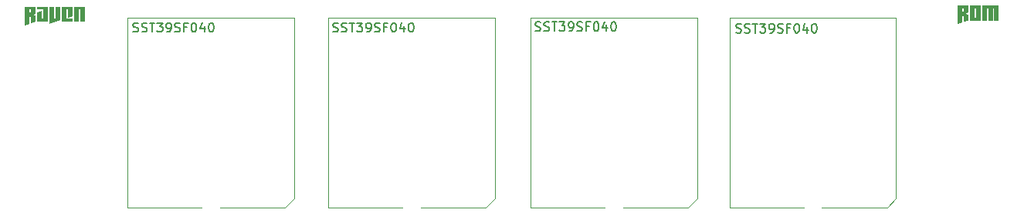
<source format=gto>
G04 #@! TF.GenerationSoftware,KiCad,Pcbnew,7.0.9*
G04 #@! TF.CreationDate,2024-01-22T22:42:44+01:00*
G04 #@! TF.ProjectId,simm72_rom_2M55,73696d6d-3732-45f7-926f-6d5f324d3535,A*
G04 #@! TF.SameCoordinates,Original*
G04 #@! TF.FileFunction,Legend,Top*
G04 #@! TF.FilePolarity,Positive*
%FSLAX46Y46*%
G04 Gerber Fmt 4.6, Leading zero omitted, Abs format (unit mm)*
G04 Created by KiCad (PCBNEW 7.0.9) date 2024-01-22 22:42:44*
%MOMM*%
%LPD*%
G01*
G04 APERTURE LIST*
%ADD10C,0.150000*%
%ADD11C,0.120000*%
%ADD12R,1.040000X2.540000*%
%ADD13R,1.422400X1.422400*%
%ADD14C,1.422400*%
G04 APERTURE END LIST*
D10*
G36*
X155034154Y-85025495D02*
G01*
X154740330Y-85137358D01*
X155034154Y-85249710D01*
X155034154Y-85893534D01*
X154530037Y-86061573D01*
X154530037Y-85389417D01*
X154365173Y-85333729D01*
X154365173Y-86117749D01*
X153861789Y-86313632D01*
X153861789Y-84577554D01*
X154365173Y-84577554D01*
X154365173Y-84941475D01*
X154530037Y-84885300D01*
X154530037Y-84577554D01*
X154365173Y-84577554D01*
X153861789Y-84577554D01*
X153861789Y-84269319D01*
X155034154Y-84269319D01*
X155034154Y-85025495D01*
G37*
G36*
X156376513Y-85895000D02*
G01*
X155204147Y-85895000D01*
X155204147Y-84577554D01*
X155707532Y-84577554D01*
X155707532Y-85586765D01*
X155872396Y-85586765D01*
X155872396Y-84577554D01*
X155707532Y-84577554D01*
X155204147Y-84577554D01*
X155204147Y-84269319D01*
X156376513Y-84269319D01*
X156376513Y-85895000D01*
G37*
G36*
X156546506Y-85893534D02*
G01*
X156546506Y-84269319D01*
X158387120Y-84269319D01*
X158387120Y-85893534D01*
X157883003Y-85893534D01*
X157883003Y-84577554D01*
X157718872Y-84577554D01*
X157718872Y-85893534D01*
X157214755Y-85893534D01*
X157214755Y-84577554D01*
X157049891Y-84577554D01*
X157049891Y-85893534D01*
X156546506Y-85893534D01*
G37*
G36*
X52799154Y-85152495D02*
G01*
X52505330Y-85264358D01*
X52799154Y-85376710D01*
X52799154Y-86020534D01*
X52295037Y-86188573D01*
X52295037Y-85516417D01*
X52130173Y-85460729D01*
X52130173Y-86244749D01*
X51626789Y-86440632D01*
X51626789Y-84704554D01*
X52130173Y-84704554D01*
X52130173Y-85068475D01*
X52295037Y-85012300D01*
X52295037Y-84704554D01*
X52130173Y-84704554D01*
X51626789Y-84704554D01*
X51626789Y-84396319D01*
X52799154Y-84396319D01*
X52799154Y-85152495D01*
G37*
G36*
X52969147Y-85012788D02*
G01*
X53472532Y-84816905D01*
X53472532Y-85713765D01*
X53637396Y-85713765D01*
X53637396Y-84704554D01*
X52965484Y-84704554D01*
X52965484Y-84396319D01*
X54141513Y-84396319D01*
X54141513Y-86022000D01*
X52969147Y-86022000D01*
X52969147Y-85012788D01*
G37*
G36*
X54311506Y-84397785D02*
G01*
X54814891Y-84397785D01*
X54814891Y-85769941D01*
X54979755Y-85713765D01*
X54979755Y-84397785D01*
X55483872Y-84397785D01*
X55483872Y-85881804D01*
X54311506Y-86301902D01*
X54311506Y-84397785D01*
G37*
G36*
X56826230Y-85405531D02*
G01*
X56322113Y-85629745D01*
X56322113Y-84704554D01*
X56157249Y-84704554D01*
X56157249Y-85713765D01*
X56829894Y-85713765D01*
X56829894Y-86022000D01*
X55653865Y-86022000D01*
X55653865Y-84396319D01*
X56826230Y-84396319D01*
X56826230Y-85405531D01*
G37*
G36*
X58168589Y-86020534D02*
G01*
X57664472Y-86020534D01*
X57664472Y-84704554D01*
X57499608Y-84704554D01*
X57499608Y-86020534D01*
X56996224Y-86020534D01*
X56996224Y-84396319D01*
X58168589Y-84396319D01*
X58168589Y-86020534D01*
G37*
X85371428Y-87107200D02*
X85514285Y-87154819D01*
X85514285Y-87154819D02*
X85752380Y-87154819D01*
X85752380Y-87154819D02*
X85847618Y-87107200D01*
X85847618Y-87107200D02*
X85895237Y-87059580D01*
X85895237Y-87059580D02*
X85942856Y-86964342D01*
X85942856Y-86964342D02*
X85942856Y-86869104D01*
X85942856Y-86869104D02*
X85895237Y-86773866D01*
X85895237Y-86773866D02*
X85847618Y-86726247D01*
X85847618Y-86726247D02*
X85752380Y-86678628D01*
X85752380Y-86678628D02*
X85561904Y-86631009D01*
X85561904Y-86631009D02*
X85466666Y-86583390D01*
X85466666Y-86583390D02*
X85419047Y-86535771D01*
X85419047Y-86535771D02*
X85371428Y-86440533D01*
X85371428Y-86440533D02*
X85371428Y-86345295D01*
X85371428Y-86345295D02*
X85419047Y-86250057D01*
X85419047Y-86250057D02*
X85466666Y-86202438D01*
X85466666Y-86202438D02*
X85561904Y-86154819D01*
X85561904Y-86154819D02*
X85799999Y-86154819D01*
X85799999Y-86154819D02*
X85942856Y-86202438D01*
X86323809Y-87107200D02*
X86466666Y-87154819D01*
X86466666Y-87154819D02*
X86704761Y-87154819D01*
X86704761Y-87154819D02*
X86799999Y-87107200D01*
X86799999Y-87107200D02*
X86847618Y-87059580D01*
X86847618Y-87059580D02*
X86895237Y-86964342D01*
X86895237Y-86964342D02*
X86895237Y-86869104D01*
X86895237Y-86869104D02*
X86847618Y-86773866D01*
X86847618Y-86773866D02*
X86799999Y-86726247D01*
X86799999Y-86726247D02*
X86704761Y-86678628D01*
X86704761Y-86678628D02*
X86514285Y-86631009D01*
X86514285Y-86631009D02*
X86419047Y-86583390D01*
X86419047Y-86583390D02*
X86371428Y-86535771D01*
X86371428Y-86535771D02*
X86323809Y-86440533D01*
X86323809Y-86440533D02*
X86323809Y-86345295D01*
X86323809Y-86345295D02*
X86371428Y-86250057D01*
X86371428Y-86250057D02*
X86419047Y-86202438D01*
X86419047Y-86202438D02*
X86514285Y-86154819D01*
X86514285Y-86154819D02*
X86752380Y-86154819D01*
X86752380Y-86154819D02*
X86895237Y-86202438D01*
X87180952Y-86154819D02*
X87752380Y-86154819D01*
X87466666Y-87154819D02*
X87466666Y-86154819D01*
X87990476Y-86154819D02*
X88609523Y-86154819D01*
X88609523Y-86154819D02*
X88276190Y-86535771D01*
X88276190Y-86535771D02*
X88419047Y-86535771D01*
X88419047Y-86535771D02*
X88514285Y-86583390D01*
X88514285Y-86583390D02*
X88561904Y-86631009D01*
X88561904Y-86631009D02*
X88609523Y-86726247D01*
X88609523Y-86726247D02*
X88609523Y-86964342D01*
X88609523Y-86964342D02*
X88561904Y-87059580D01*
X88561904Y-87059580D02*
X88514285Y-87107200D01*
X88514285Y-87107200D02*
X88419047Y-87154819D01*
X88419047Y-87154819D02*
X88133333Y-87154819D01*
X88133333Y-87154819D02*
X88038095Y-87107200D01*
X88038095Y-87107200D02*
X87990476Y-87059580D01*
X89085714Y-87154819D02*
X89276190Y-87154819D01*
X89276190Y-87154819D02*
X89371428Y-87107200D01*
X89371428Y-87107200D02*
X89419047Y-87059580D01*
X89419047Y-87059580D02*
X89514285Y-86916723D01*
X89514285Y-86916723D02*
X89561904Y-86726247D01*
X89561904Y-86726247D02*
X89561904Y-86345295D01*
X89561904Y-86345295D02*
X89514285Y-86250057D01*
X89514285Y-86250057D02*
X89466666Y-86202438D01*
X89466666Y-86202438D02*
X89371428Y-86154819D01*
X89371428Y-86154819D02*
X89180952Y-86154819D01*
X89180952Y-86154819D02*
X89085714Y-86202438D01*
X89085714Y-86202438D02*
X89038095Y-86250057D01*
X89038095Y-86250057D02*
X88990476Y-86345295D01*
X88990476Y-86345295D02*
X88990476Y-86583390D01*
X88990476Y-86583390D02*
X89038095Y-86678628D01*
X89038095Y-86678628D02*
X89085714Y-86726247D01*
X89085714Y-86726247D02*
X89180952Y-86773866D01*
X89180952Y-86773866D02*
X89371428Y-86773866D01*
X89371428Y-86773866D02*
X89466666Y-86726247D01*
X89466666Y-86726247D02*
X89514285Y-86678628D01*
X89514285Y-86678628D02*
X89561904Y-86583390D01*
X89942857Y-87107200D02*
X90085714Y-87154819D01*
X90085714Y-87154819D02*
X90323809Y-87154819D01*
X90323809Y-87154819D02*
X90419047Y-87107200D01*
X90419047Y-87107200D02*
X90466666Y-87059580D01*
X90466666Y-87059580D02*
X90514285Y-86964342D01*
X90514285Y-86964342D02*
X90514285Y-86869104D01*
X90514285Y-86869104D02*
X90466666Y-86773866D01*
X90466666Y-86773866D02*
X90419047Y-86726247D01*
X90419047Y-86726247D02*
X90323809Y-86678628D01*
X90323809Y-86678628D02*
X90133333Y-86631009D01*
X90133333Y-86631009D02*
X90038095Y-86583390D01*
X90038095Y-86583390D02*
X89990476Y-86535771D01*
X89990476Y-86535771D02*
X89942857Y-86440533D01*
X89942857Y-86440533D02*
X89942857Y-86345295D01*
X89942857Y-86345295D02*
X89990476Y-86250057D01*
X89990476Y-86250057D02*
X90038095Y-86202438D01*
X90038095Y-86202438D02*
X90133333Y-86154819D01*
X90133333Y-86154819D02*
X90371428Y-86154819D01*
X90371428Y-86154819D02*
X90514285Y-86202438D01*
X91276190Y-86631009D02*
X90942857Y-86631009D01*
X90942857Y-87154819D02*
X90942857Y-86154819D01*
X90942857Y-86154819D02*
X91419047Y-86154819D01*
X91990476Y-86154819D02*
X92085714Y-86154819D01*
X92085714Y-86154819D02*
X92180952Y-86202438D01*
X92180952Y-86202438D02*
X92228571Y-86250057D01*
X92228571Y-86250057D02*
X92276190Y-86345295D01*
X92276190Y-86345295D02*
X92323809Y-86535771D01*
X92323809Y-86535771D02*
X92323809Y-86773866D01*
X92323809Y-86773866D02*
X92276190Y-86964342D01*
X92276190Y-86964342D02*
X92228571Y-87059580D01*
X92228571Y-87059580D02*
X92180952Y-87107200D01*
X92180952Y-87107200D02*
X92085714Y-87154819D01*
X92085714Y-87154819D02*
X91990476Y-87154819D01*
X91990476Y-87154819D02*
X91895238Y-87107200D01*
X91895238Y-87107200D02*
X91847619Y-87059580D01*
X91847619Y-87059580D02*
X91800000Y-86964342D01*
X91800000Y-86964342D02*
X91752381Y-86773866D01*
X91752381Y-86773866D02*
X91752381Y-86535771D01*
X91752381Y-86535771D02*
X91800000Y-86345295D01*
X91800000Y-86345295D02*
X91847619Y-86250057D01*
X91847619Y-86250057D02*
X91895238Y-86202438D01*
X91895238Y-86202438D02*
X91990476Y-86154819D01*
X93180952Y-86488152D02*
X93180952Y-87154819D01*
X92942857Y-86107200D02*
X92704762Y-86821485D01*
X92704762Y-86821485D02*
X93323809Y-86821485D01*
X93895238Y-86154819D02*
X93990476Y-86154819D01*
X93990476Y-86154819D02*
X94085714Y-86202438D01*
X94085714Y-86202438D02*
X94133333Y-86250057D01*
X94133333Y-86250057D02*
X94180952Y-86345295D01*
X94180952Y-86345295D02*
X94228571Y-86535771D01*
X94228571Y-86535771D02*
X94228571Y-86773866D01*
X94228571Y-86773866D02*
X94180952Y-86964342D01*
X94180952Y-86964342D02*
X94133333Y-87059580D01*
X94133333Y-87059580D02*
X94085714Y-87107200D01*
X94085714Y-87107200D02*
X93990476Y-87154819D01*
X93990476Y-87154819D02*
X93895238Y-87154819D01*
X93895238Y-87154819D02*
X93800000Y-87107200D01*
X93800000Y-87107200D02*
X93752381Y-87059580D01*
X93752381Y-87059580D02*
X93704762Y-86964342D01*
X93704762Y-86964342D02*
X93657143Y-86773866D01*
X93657143Y-86773866D02*
X93657143Y-86535771D01*
X93657143Y-86535771D02*
X93704762Y-86345295D01*
X93704762Y-86345295D02*
X93752381Y-86250057D01*
X93752381Y-86250057D02*
X93800000Y-86202438D01*
X93800000Y-86202438D02*
X93895238Y-86154819D01*
X129571428Y-87207200D02*
X129714285Y-87254819D01*
X129714285Y-87254819D02*
X129952380Y-87254819D01*
X129952380Y-87254819D02*
X130047618Y-87207200D01*
X130047618Y-87207200D02*
X130095237Y-87159580D01*
X130095237Y-87159580D02*
X130142856Y-87064342D01*
X130142856Y-87064342D02*
X130142856Y-86969104D01*
X130142856Y-86969104D02*
X130095237Y-86873866D01*
X130095237Y-86873866D02*
X130047618Y-86826247D01*
X130047618Y-86826247D02*
X129952380Y-86778628D01*
X129952380Y-86778628D02*
X129761904Y-86731009D01*
X129761904Y-86731009D02*
X129666666Y-86683390D01*
X129666666Y-86683390D02*
X129619047Y-86635771D01*
X129619047Y-86635771D02*
X129571428Y-86540533D01*
X129571428Y-86540533D02*
X129571428Y-86445295D01*
X129571428Y-86445295D02*
X129619047Y-86350057D01*
X129619047Y-86350057D02*
X129666666Y-86302438D01*
X129666666Y-86302438D02*
X129761904Y-86254819D01*
X129761904Y-86254819D02*
X129999999Y-86254819D01*
X129999999Y-86254819D02*
X130142856Y-86302438D01*
X130523809Y-87207200D02*
X130666666Y-87254819D01*
X130666666Y-87254819D02*
X130904761Y-87254819D01*
X130904761Y-87254819D02*
X130999999Y-87207200D01*
X130999999Y-87207200D02*
X131047618Y-87159580D01*
X131047618Y-87159580D02*
X131095237Y-87064342D01*
X131095237Y-87064342D02*
X131095237Y-86969104D01*
X131095237Y-86969104D02*
X131047618Y-86873866D01*
X131047618Y-86873866D02*
X130999999Y-86826247D01*
X130999999Y-86826247D02*
X130904761Y-86778628D01*
X130904761Y-86778628D02*
X130714285Y-86731009D01*
X130714285Y-86731009D02*
X130619047Y-86683390D01*
X130619047Y-86683390D02*
X130571428Y-86635771D01*
X130571428Y-86635771D02*
X130523809Y-86540533D01*
X130523809Y-86540533D02*
X130523809Y-86445295D01*
X130523809Y-86445295D02*
X130571428Y-86350057D01*
X130571428Y-86350057D02*
X130619047Y-86302438D01*
X130619047Y-86302438D02*
X130714285Y-86254819D01*
X130714285Y-86254819D02*
X130952380Y-86254819D01*
X130952380Y-86254819D02*
X131095237Y-86302438D01*
X131380952Y-86254819D02*
X131952380Y-86254819D01*
X131666666Y-87254819D02*
X131666666Y-86254819D01*
X132190476Y-86254819D02*
X132809523Y-86254819D01*
X132809523Y-86254819D02*
X132476190Y-86635771D01*
X132476190Y-86635771D02*
X132619047Y-86635771D01*
X132619047Y-86635771D02*
X132714285Y-86683390D01*
X132714285Y-86683390D02*
X132761904Y-86731009D01*
X132761904Y-86731009D02*
X132809523Y-86826247D01*
X132809523Y-86826247D02*
X132809523Y-87064342D01*
X132809523Y-87064342D02*
X132761904Y-87159580D01*
X132761904Y-87159580D02*
X132714285Y-87207200D01*
X132714285Y-87207200D02*
X132619047Y-87254819D01*
X132619047Y-87254819D02*
X132333333Y-87254819D01*
X132333333Y-87254819D02*
X132238095Y-87207200D01*
X132238095Y-87207200D02*
X132190476Y-87159580D01*
X133285714Y-87254819D02*
X133476190Y-87254819D01*
X133476190Y-87254819D02*
X133571428Y-87207200D01*
X133571428Y-87207200D02*
X133619047Y-87159580D01*
X133619047Y-87159580D02*
X133714285Y-87016723D01*
X133714285Y-87016723D02*
X133761904Y-86826247D01*
X133761904Y-86826247D02*
X133761904Y-86445295D01*
X133761904Y-86445295D02*
X133714285Y-86350057D01*
X133714285Y-86350057D02*
X133666666Y-86302438D01*
X133666666Y-86302438D02*
X133571428Y-86254819D01*
X133571428Y-86254819D02*
X133380952Y-86254819D01*
X133380952Y-86254819D02*
X133285714Y-86302438D01*
X133285714Y-86302438D02*
X133238095Y-86350057D01*
X133238095Y-86350057D02*
X133190476Y-86445295D01*
X133190476Y-86445295D02*
X133190476Y-86683390D01*
X133190476Y-86683390D02*
X133238095Y-86778628D01*
X133238095Y-86778628D02*
X133285714Y-86826247D01*
X133285714Y-86826247D02*
X133380952Y-86873866D01*
X133380952Y-86873866D02*
X133571428Y-86873866D01*
X133571428Y-86873866D02*
X133666666Y-86826247D01*
X133666666Y-86826247D02*
X133714285Y-86778628D01*
X133714285Y-86778628D02*
X133761904Y-86683390D01*
X134142857Y-87207200D02*
X134285714Y-87254819D01*
X134285714Y-87254819D02*
X134523809Y-87254819D01*
X134523809Y-87254819D02*
X134619047Y-87207200D01*
X134619047Y-87207200D02*
X134666666Y-87159580D01*
X134666666Y-87159580D02*
X134714285Y-87064342D01*
X134714285Y-87064342D02*
X134714285Y-86969104D01*
X134714285Y-86969104D02*
X134666666Y-86873866D01*
X134666666Y-86873866D02*
X134619047Y-86826247D01*
X134619047Y-86826247D02*
X134523809Y-86778628D01*
X134523809Y-86778628D02*
X134333333Y-86731009D01*
X134333333Y-86731009D02*
X134238095Y-86683390D01*
X134238095Y-86683390D02*
X134190476Y-86635771D01*
X134190476Y-86635771D02*
X134142857Y-86540533D01*
X134142857Y-86540533D02*
X134142857Y-86445295D01*
X134142857Y-86445295D02*
X134190476Y-86350057D01*
X134190476Y-86350057D02*
X134238095Y-86302438D01*
X134238095Y-86302438D02*
X134333333Y-86254819D01*
X134333333Y-86254819D02*
X134571428Y-86254819D01*
X134571428Y-86254819D02*
X134714285Y-86302438D01*
X135476190Y-86731009D02*
X135142857Y-86731009D01*
X135142857Y-87254819D02*
X135142857Y-86254819D01*
X135142857Y-86254819D02*
X135619047Y-86254819D01*
X136190476Y-86254819D02*
X136285714Y-86254819D01*
X136285714Y-86254819D02*
X136380952Y-86302438D01*
X136380952Y-86302438D02*
X136428571Y-86350057D01*
X136428571Y-86350057D02*
X136476190Y-86445295D01*
X136476190Y-86445295D02*
X136523809Y-86635771D01*
X136523809Y-86635771D02*
X136523809Y-86873866D01*
X136523809Y-86873866D02*
X136476190Y-87064342D01*
X136476190Y-87064342D02*
X136428571Y-87159580D01*
X136428571Y-87159580D02*
X136380952Y-87207200D01*
X136380952Y-87207200D02*
X136285714Y-87254819D01*
X136285714Y-87254819D02*
X136190476Y-87254819D01*
X136190476Y-87254819D02*
X136095238Y-87207200D01*
X136095238Y-87207200D02*
X136047619Y-87159580D01*
X136047619Y-87159580D02*
X136000000Y-87064342D01*
X136000000Y-87064342D02*
X135952381Y-86873866D01*
X135952381Y-86873866D02*
X135952381Y-86635771D01*
X135952381Y-86635771D02*
X136000000Y-86445295D01*
X136000000Y-86445295D02*
X136047619Y-86350057D01*
X136047619Y-86350057D02*
X136095238Y-86302438D01*
X136095238Y-86302438D02*
X136190476Y-86254819D01*
X137380952Y-86588152D02*
X137380952Y-87254819D01*
X137142857Y-86207200D02*
X136904762Y-86921485D01*
X136904762Y-86921485D02*
X137523809Y-86921485D01*
X138095238Y-86254819D02*
X138190476Y-86254819D01*
X138190476Y-86254819D02*
X138285714Y-86302438D01*
X138285714Y-86302438D02*
X138333333Y-86350057D01*
X138333333Y-86350057D02*
X138380952Y-86445295D01*
X138380952Y-86445295D02*
X138428571Y-86635771D01*
X138428571Y-86635771D02*
X138428571Y-86873866D01*
X138428571Y-86873866D02*
X138380952Y-87064342D01*
X138380952Y-87064342D02*
X138333333Y-87159580D01*
X138333333Y-87159580D02*
X138285714Y-87207200D01*
X138285714Y-87207200D02*
X138190476Y-87254819D01*
X138190476Y-87254819D02*
X138095238Y-87254819D01*
X138095238Y-87254819D02*
X138000000Y-87207200D01*
X138000000Y-87207200D02*
X137952381Y-87159580D01*
X137952381Y-87159580D02*
X137904762Y-87064342D01*
X137904762Y-87064342D02*
X137857143Y-86873866D01*
X137857143Y-86873866D02*
X137857143Y-86635771D01*
X137857143Y-86635771D02*
X137904762Y-86445295D01*
X137904762Y-86445295D02*
X137952381Y-86350057D01*
X137952381Y-86350057D02*
X138000000Y-86302438D01*
X138000000Y-86302438D02*
X138095238Y-86254819D01*
X63471428Y-87107200D02*
X63614285Y-87154819D01*
X63614285Y-87154819D02*
X63852380Y-87154819D01*
X63852380Y-87154819D02*
X63947618Y-87107200D01*
X63947618Y-87107200D02*
X63995237Y-87059580D01*
X63995237Y-87059580D02*
X64042856Y-86964342D01*
X64042856Y-86964342D02*
X64042856Y-86869104D01*
X64042856Y-86869104D02*
X63995237Y-86773866D01*
X63995237Y-86773866D02*
X63947618Y-86726247D01*
X63947618Y-86726247D02*
X63852380Y-86678628D01*
X63852380Y-86678628D02*
X63661904Y-86631009D01*
X63661904Y-86631009D02*
X63566666Y-86583390D01*
X63566666Y-86583390D02*
X63519047Y-86535771D01*
X63519047Y-86535771D02*
X63471428Y-86440533D01*
X63471428Y-86440533D02*
X63471428Y-86345295D01*
X63471428Y-86345295D02*
X63519047Y-86250057D01*
X63519047Y-86250057D02*
X63566666Y-86202438D01*
X63566666Y-86202438D02*
X63661904Y-86154819D01*
X63661904Y-86154819D02*
X63899999Y-86154819D01*
X63899999Y-86154819D02*
X64042856Y-86202438D01*
X64423809Y-87107200D02*
X64566666Y-87154819D01*
X64566666Y-87154819D02*
X64804761Y-87154819D01*
X64804761Y-87154819D02*
X64899999Y-87107200D01*
X64899999Y-87107200D02*
X64947618Y-87059580D01*
X64947618Y-87059580D02*
X64995237Y-86964342D01*
X64995237Y-86964342D02*
X64995237Y-86869104D01*
X64995237Y-86869104D02*
X64947618Y-86773866D01*
X64947618Y-86773866D02*
X64899999Y-86726247D01*
X64899999Y-86726247D02*
X64804761Y-86678628D01*
X64804761Y-86678628D02*
X64614285Y-86631009D01*
X64614285Y-86631009D02*
X64519047Y-86583390D01*
X64519047Y-86583390D02*
X64471428Y-86535771D01*
X64471428Y-86535771D02*
X64423809Y-86440533D01*
X64423809Y-86440533D02*
X64423809Y-86345295D01*
X64423809Y-86345295D02*
X64471428Y-86250057D01*
X64471428Y-86250057D02*
X64519047Y-86202438D01*
X64519047Y-86202438D02*
X64614285Y-86154819D01*
X64614285Y-86154819D02*
X64852380Y-86154819D01*
X64852380Y-86154819D02*
X64995237Y-86202438D01*
X65280952Y-86154819D02*
X65852380Y-86154819D01*
X65566666Y-87154819D02*
X65566666Y-86154819D01*
X66090476Y-86154819D02*
X66709523Y-86154819D01*
X66709523Y-86154819D02*
X66376190Y-86535771D01*
X66376190Y-86535771D02*
X66519047Y-86535771D01*
X66519047Y-86535771D02*
X66614285Y-86583390D01*
X66614285Y-86583390D02*
X66661904Y-86631009D01*
X66661904Y-86631009D02*
X66709523Y-86726247D01*
X66709523Y-86726247D02*
X66709523Y-86964342D01*
X66709523Y-86964342D02*
X66661904Y-87059580D01*
X66661904Y-87059580D02*
X66614285Y-87107200D01*
X66614285Y-87107200D02*
X66519047Y-87154819D01*
X66519047Y-87154819D02*
X66233333Y-87154819D01*
X66233333Y-87154819D02*
X66138095Y-87107200D01*
X66138095Y-87107200D02*
X66090476Y-87059580D01*
X67185714Y-87154819D02*
X67376190Y-87154819D01*
X67376190Y-87154819D02*
X67471428Y-87107200D01*
X67471428Y-87107200D02*
X67519047Y-87059580D01*
X67519047Y-87059580D02*
X67614285Y-86916723D01*
X67614285Y-86916723D02*
X67661904Y-86726247D01*
X67661904Y-86726247D02*
X67661904Y-86345295D01*
X67661904Y-86345295D02*
X67614285Y-86250057D01*
X67614285Y-86250057D02*
X67566666Y-86202438D01*
X67566666Y-86202438D02*
X67471428Y-86154819D01*
X67471428Y-86154819D02*
X67280952Y-86154819D01*
X67280952Y-86154819D02*
X67185714Y-86202438D01*
X67185714Y-86202438D02*
X67138095Y-86250057D01*
X67138095Y-86250057D02*
X67090476Y-86345295D01*
X67090476Y-86345295D02*
X67090476Y-86583390D01*
X67090476Y-86583390D02*
X67138095Y-86678628D01*
X67138095Y-86678628D02*
X67185714Y-86726247D01*
X67185714Y-86726247D02*
X67280952Y-86773866D01*
X67280952Y-86773866D02*
X67471428Y-86773866D01*
X67471428Y-86773866D02*
X67566666Y-86726247D01*
X67566666Y-86726247D02*
X67614285Y-86678628D01*
X67614285Y-86678628D02*
X67661904Y-86583390D01*
X68042857Y-87107200D02*
X68185714Y-87154819D01*
X68185714Y-87154819D02*
X68423809Y-87154819D01*
X68423809Y-87154819D02*
X68519047Y-87107200D01*
X68519047Y-87107200D02*
X68566666Y-87059580D01*
X68566666Y-87059580D02*
X68614285Y-86964342D01*
X68614285Y-86964342D02*
X68614285Y-86869104D01*
X68614285Y-86869104D02*
X68566666Y-86773866D01*
X68566666Y-86773866D02*
X68519047Y-86726247D01*
X68519047Y-86726247D02*
X68423809Y-86678628D01*
X68423809Y-86678628D02*
X68233333Y-86631009D01*
X68233333Y-86631009D02*
X68138095Y-86583390D01*
X68138095Y-86583390D02*
X68090476Y-86535771D01*
X68090476Y-86535771D02*
X68042857Y-86440533D01*
X68042857Y-86440533D02*
X68042857Y-86345295D01*
X68042857Y-86345295D02*
X68090476Y-86250057D01*
X68090476Y-86250057D02*
X68138095Y-86202438D01*
X68138095Y-86202438D02*
X68233333Y-86154819D01*
X68233333Y-86154819D02*
X68471428Y-86154819D01*
X68471428Y-86154819D02*
X68614285Y-86202438D01*
X69376190Y-86631009D02*
X69042857Y-86631009D01*
X69042857Y-87154819D02*
X69042857Y-86154819D01*
X69042857Y-86154819D02*
X69519047Y-86154819D01*
X70090476Y-86154819D02*
X70185714Y-86154819D01*
X70185714Y-86154819D02*
X70280952Y-86202438D01*
X70280952Y-86202438D02*
X70328571Y-86250057D01*
X70328571Y-86250057D02*
X70376190Y-86345295D01*
X70376190Y-86345295D02*
X70423809Y-86535771D01*
X70423809Y-86535771D02*
X70423809Y-86773866D01*
X70423809Y-86773866D02*
X70376190Y-86964342D01*
X70376190Y-86964342D02*
X70328571Y-87059580D01*
X70328571Y-87059580D02*
X70280952Y-87107200D01*
X70280952Y-87107200D02*
X70185714Y-87154819D01*
X70185714Y-87154819D02*
X70090476Y-87154819D01*
X70090476Y-87154819D02*
X69995238Y-87107200D01*
X69995238Y-87107200D02*
X69947619Y-87059580D01*
X69947619Y-87059580D02*
X69900000Y-86964342D01*
X69900000Y-86964342D02*
X69852381Y-86773866D01*
X69852381Y-86773866D02*
X69852381Y-86535771D01*
X69852381Y-86535771D02*
X69900000Y-86345295D01*
X69900000Y-86345295D02*
X69947619Y-86250057D01*
X69947619Y-86250057D02*
X69995238Y-86202438D01*
X69995238Y-86202438D02*
X70090476Y-86154819D01*
X71280952Y-86488152D02*
X71280952Y-87154819D01*
X71042857Y-86107200D02*
X70804762Y-86821485D01*
X70804762Y-86821485D02*
X71423809Y-86821485D01*
X71995238Y-86154819D02*
X72090476Y-86154819D01*
X72090476Y-86154819D02*
X72185714Y-86202438D01*
X72185714Y-86202438D02*
X72233333Y-86250057D01*
X72233333Y-86250057D02*
X72280952Y-86345295D01*
X72280952Y-86345295D02*
X72328571Y-86535771D01*
X72328571Y-86535771D02*
X72328571Y-86773866D01*
X72328571Y-86773866D02*
X72280952Y-86964342D01*
X72280952Y-86964342D02*
X72233333Y-87059580D01*
X72233333Y-87059580D02*
X72185714Y-87107200D01*
X72185714Y-87107200D02*
X72090476Y-87154819D01*
X72090476Y-87154819D02*
X71995238Y-87154819D01*
X71995238Y-87154819D02*
X71900000Y-87107200D01*
X71900000Y-87107200D02*
X71852381Y-87059580D01*
X71852381Y-87059580D02*
X71804762Y-86964342D01*
X71804762Y-86964342D02*
X71757143Y-86773866D01*
X71757143Y-86773866D02*
X71757143Y-86535771D01*
X71757143Y-86535771D02*
X71804762Y-86345295D01*
X71804762Y-86345295D02*
X71852381Y-86250057D01*
X71852381Y-86250057D02*
X71900000Y-86202438D01*
X71900000Y-86202438D02*
X71995238Y-86154819D01*
X107571428Y-87007200D02*
X107714285Y-87054819D01*
X107714285Y-87054819D02*
X107952380Y-87054819D01*
X107952380Y-87054819D02*
X108047618Y-87007200D01*
X108047618Y-87007200D02*
X108095237Y-86959580D01*
X108095237Y-86959580D02*
X108142856Y-86864342D01*
X108142856Y-86864342D02*
X108142856Y-86769104D01*
X108142856Y-86769104D02*
X108095237Y-86673866D01*
X108095237Y-86673866D02*
X108047618Y-86626247D01*
X108047618Y-86626247D02*
X107952380Y-86578628D01*
X107952380Y-86578628D02*
X107761904Y-86531009D01*
X107761904Y-86531009D02*
X107666666Y-86483390D01*
X107666666Y-86483390D02*
X107619047Y-86435771D01*
X107619047Y-86435771D02*
X107571428Y-86340533D01*
X107571428Y-86340533D02*
X107571428Y-86245295D01*
X107571428Y-86245295D02*
X107619047Y-86150057D01*
X107619047Y-86150057D02*
X107666666Y-86102438D01*
X107666666Y-86102438D02*
X107761904Y-86054819D01*
X107761904Y-86054819D02*
X107999999Y-86054819D01*
X107999999Y-86054819D02*
X108142856Y-86102438D01*
X108523809Y-87007200D02*
X108666666Y-87054819D01*
X108666666Y-87054819D02*
X108904761Y-87054819D01*
X108904761Y-87054819D02*
X108999999Y-87007200D01*
X108999999Y-87007200D02*
X109047618Y-86959580D01*
X109047618Y-86959580D02*
X109095237Y-86864342D01*
X109095237Y-86864342D02*
X109095237Y-86769104D01*
X109095237Y-86769104D02*
X109047618Y-86673866D01*
X109047618Y-86673866D02*
X108999999Y-86626247D01*
X108999999Y-86626247D02*
X108904761Y-86578628D01*
X108904761Y-86578628D02*
X108714285Y-86531009D01*
X108714285Y-86531009D02*
X108619047Y-86483390D01*
X108619047Y-86483390D02*
X108571428Y-86435771D01*
X108571428Y-86435771D02*
X108523809Y-86340533D01*
X108523809Y-86340533D02*
X108523809Y-86245295D01*
X108523809Y-86245295D02*
X108571428Y-86150057D01*
X108571428Y-86150057D02*
X108619047Y-86102438D01*
X108619047Y-86102438D02*
X108714285Y-86054819D01*
X108714285Y-86054819D02*
X108952380Y-86054819D01*
X108952380Y-86054819D02*
X109095237Y-86102438D01*
X109380952Y-86054819D02*
X109952380Y-86054819D01*
X109666666Y-87054819D02*
X109666666Y-86054819D01*
X110190476Y-86054819D02*
X110809523Y-86054819D01*
X110809523Y-86054819D02*
X110476190Y-86435771D01*
X110476190Y-86435771D02*
X110619047Y-86435771D01*
X110619047Y-86435771D02*
X110714285Y-86483390D01*
X110714285Y-86483390D02*
X110761904Y-86531009D01*
X110761904Y-86531009D02*
X110809523Y-86626247D01*
X110809523Y-86626247D02*
X110809523Y-86864342D01*
X110809523Y-86864342D02*
X110761904Y-86959580D01*
X110761904Y-86959580D02*
X110714285Y-87007200D01*
X110714285Y-87007200D02*
X110619047Y-87054819D01*
X110619047Y-87054819D02*
X110333333Y-87054819D01*
X110333333Y-87054819D02*
X110238095Y-87007200D01*
X110238095Y-87007200D02*
X110190476Y-86959580D01*
X111285714Y-87054819D02*
X111476190Y-87054819D01*
X111476190Y-87054819D02*
X111571428Y-87007200D01*
X111571428Y-87007200D02*
X111619047Y-86959580D01*
X111619047Y-86959580D02*
X111714285Y-86816723D01*
X111714285Y-86816723D02*
X111761904Y-86626247D01*
X111761904Y-86626247D02*
X111761904Y-86245295D01*
X111761904Y-86245295D02*
X111714285Y-86150057D01*
X111714285Y-86150057D02*
X111666666Y-86102438D01*
X111666666Y-86102438D02*
X111571428Y-86054819D01*
X111571428Y-86054819D02*
X111380952Y-86054819D01*
X111380952Y-86054819D02*
X111285714Y-86102438D01*
X111285714Y-86102438D02*
X111238095Y-86150057D01*
X111238095Y-86150057D02*
X111190476Y-86245295D01*
X111190476Y-86245295D02*
X111190476Y-86483390D01*
X111190476Y-86483390D02*
X111238095Y-86578628D01*
X111238095Y-86578628D02*
X111285714Y-86626247D01*
X111285714Y-86626247D02*
X111380952Y-86673866D01*
X111380952Y-86673866D02*
X111571428Y-86673866D01*
X111571428Y-86673866D02*
X111666666Y-86626247D01*
X111666666Y-86626247D02*
X111714285Y-86578628D01*
X111714285Y-86578628D02*
X111761904Y-86483390D01*
X112142857Y-87007200D02*
X112285714Y-87054819D01*
X112285714Y-87054819D02*
X112523809Y-87054819D01*
X112523809Y-87054819D02*
X112619047Y-87007200D01*
X112619047Y-87007200D02*
X112666666Y-86959580D01*
X112666666Y-86959580D02*
X112714285Y-86864342D01*
X112714285Y-86864342D02*
X112714285Y-86769104D01*
X112714285Y-86769104D02*
X112666666Y-86673866D01*
X112666666Y-86673866D02*
X112619047Y-86626247D01*
X112619047Y-86626247D02*
X112523809Y-86578628D01*
X112523809Y-86578628D02*
X112333333Y-86531009D01*
X112333333Y-86531009D02*
X112238095Y-86483390D01*
X112238095Y-86483390D02*
X112190476Y-86435771D01*
X112190476Y-86435771D02*
X112142857Y-86340533D01*
X112142857Y-86340533D02*
X112142857Y-86245295D01*
X112142857Y-86245295D02*
X112190476Y-86150057D01*
X112190476Y-86150057D02*
X112238095Y-86102438D01*
X112238095Y-86102438D02*
X112333333Y-86054819D01*
X112333333Y-86054819D02*
X112571428Y-86054819D01*
X112571428Y-86054819D02*
X112714285Y-86102438D01*
X113476190Y-86531009D02*
X113142857Y-86531009D01*
X113142857Y-87054819D02*
X113142857Y-86054819D01*
X113142857Y-86054819D02*
X113619047Y-86054819D01*
X114190476Y-86054819D02*
X114285714Y-86054819D01*
X114285714Y-86054819D02*
X114380952Y-86102438D01*
X114380952Y-86102438D02*
X114428571Y-86150057D01*
X114428571Y-86150057D02*
X114476190Y-86245295D01*
X114476190Y-86245295D02*
X114523809Y-86435771D01*
X114523809Y-86435771D02*
X114523809Y-86673866D01*
X114523809Y-86673866D02*
X114476190Y-86864342D01*
X114476190Y-86864342D02*
X114428571Y-86959580D01*
X114428571Y-86959580D02*
X114380952Y-87007200D01*
X114380952Y-87007200D02*
X114285714Y-87054819D01*
X114285714Y-87054819D02*
X114190476Y-87054819D01*
X114190476Y-87054819D02*
X114095238Y-87007200D01*
X114095238Y-87007200D02*
X114047619Y-86959580D01*
X114047619Y-86959580D02*
X114000000Y-86864342D01*
X114000000Y-86864342D02*
X113952381Y-86673866D01*
X113952381Y-86673866D02*
X113952381Y-86435771D01*
X113952381Y-86435771D02*
X114000000Y-86245295D01*
X114000000Y-86245295D02*
X114047619Y-86150057D01*
X114047619Y-86150057D02*
X114095238Y-86102438D01*
X114095238Y-86102438D02*
X114190476Y-86054819D01*
X115380952Y-86388152D02*
X115380952Y-87054819D01*
X115142857Y-86007200D02*
X114904762Y-86721485D01*
X114904762Y-86721485D02*
X115523809Y-86721485D01*
X116095238Y-86054819D02*
X116190476Y-86054819D01*
X116190476Y-86054819D02*
X116285714Y-86102438D01*
X116285714Y-86102438D02*
X116333333Y-86150057D01*
X116333333Y-86150057D02*
X116380952Y-86245295D01*
X116380952Y-86245295D02*
X116428571Y-86435771D01*
X116428571Y-86435771D02*
X116428571Y-86673866D01*
X116428571Y-86673866D02*
X116380952Y-86864342D01*
X116380952Y-86864342D02*
X116333333Y-86959580D01*
X116333333Y-86959580D02*
X116285714Y-87007200D01*
X116285714Y-87007200D02*
X116190476Y-87054819D01*
X116190476Y-87054819D02*
X116095238Y-87054819D01*
X116095238Y-87054819D02*
X116000000Y-87007200D01*
X116000000Y-87007200D02*
X115952381Y-86959580D01*
X115952381Y-86959580D02*
X115904762Y-86864342D01*
X115904762Y-86864342D02*
X115857143Y-86673866D01*
X115857143Y-86673866D02*
X115857143Y-86435771D01*
X115857143Y-86435771D02*
X115904762Y-86245295D01*
X115904762Y-86245295D02*
X115952381Y-86150057D01*
X115952381Y-86150057D02*
X116000000Y-86102438D01*
X116000000Y-86102438D02*
X116095238Y-86054819D01*
D11*
X103125000Y-105400000D02*
X103125000Y-85600000D01*
X103125000Y-85600000D02*
X84875000Y-85600000D01*
X102125000Y-106400000D02*
X103125000Y-105400000D01*
X95000000Y-106400000D02*
X102125000Y-106400000D01*
X84875000Y-106400000D02*
X93000000Y-106400000D01*
X84875000Y-85600000D02*
X84875000Y-106400000D01*
X147125000Y-105400000D02*
X147125000Y-85600000D01*
X147125000Y-85600000D02*
X128875000Y-85600000D01*
X146125000Y-106400000D02*
X147125000Y-105400000D01*
X139000000Y-106400000D02*
X146125000Y-106400000D01*
X128875000Y-106400000D02*
X137000000Y-106400000D01*
X128875000Y-85600000D02*
X128875000Y-106400000D01*
X81125000Y-105400000D02*
X81125000Y-85600000D01*
X81125000Y-85600000D02*
X62875000Y-85600000D01*
X80125000Y-106400000D02*
X81125000Y-105400000D01*
X73000000Y-106400000D02*
X80125000Y-106400000D01*
X62875000Y-106400000D02*
X71000000Y-106400000D01*
X62875000Y-85600000D02*
X62875000Y-106400000D01*
X125315000Y-105400000D02*
X125315000Y-85600000D01*
X125315000Y-85600000D02*
X107065000Y-85600000D01*
X124315000Y-106400000D02*
X125315000Y-105400000D01*
X117190000Y-106400000D02*
X124315000Y-106400000D01*
X107065000Y-106400000D02*
X115190000Y-106400000D01*
X107065000Y-85600000D02*
X107065000Y-106400000D01*
%LPC*%
D12*
X57375000Y-113921000D03*
X58645000Y-113921000D03*
X59915000Y-113921000D03*
X61185000Y-113921000D03*
X62455000Y-113921000D03*
X63725000Y-113921000D03*
X64995000Y-113921000D03*
X66265000Y-113921000D03*
X67535000Y-113921000D03*
X68805000Y-113921000D03*
X70075000Y-113921000D03*
X71345000Y-113921000D03*
X72615000Y-113921000D03*
X73885000Y-113921000D03*
X75155000Y-113921000D03*
X76425000Y-113921000D03*
X77695000Y-113921000D03*
X78965000Y-113921000D03*
X80235000Y-113921000D03*
X81505000Y-113921000D03*
X82775000Y-113921000D03*
X84045000Y-113921000D03*
X85315000Y-113921000D03*
X86585000Y-113921000D03*
X87855000Y-113921000D03*
X89125000Y-113921000D03*
X90395000Y-113921000D03*
X91665000Y-113921000D03*
X92935000Y-113921000D03*
X94205000Y-113921000D03*
X95475000Y-113921000D03*
X96745000Y-113921000D03*
X98015000Y-113921000D03*
X99285000Y-113921000D03*
X100555000Y-113921000D03*
X101825000Y-113921000D03*
X108175000Y-113921000D03*
X109445000Y-113921000D03*
X110715000Y-113921000D03*
X111985000Y-113921000D03*
X113255000Y-113921000D03*
X114525000Y-113921000D03*
X115795000Y-113921000D03*
X117065000Y-113921000D03*
X118335000Y-113921000D03*
X119605000Y-113921000D03*
X120875000Y-113921000D03*
X122145000Y-113921000D03*
X123415000Y-113921000D03*
X124685000Y-113921000D03*
X125955000Y-113921000D03*
X127225000Y-113921000D03*
X128495000Y-113921000D03*
X129765000Y-113921000D03*
X131035000Y-113921000D03*
X132305000Y-113921000D03*
X133575000Y-113921000D03*
X134845000Y-113921000D03*
X136115000Y-113921000D03*
X137385000Y-113921000D03*
X138655000Y-113921000D03*
X139925000Y-113921000D03*
X141195000Y-113921000D03*
X142465000Y-113921000D03*
X143735000Y-113921000D03*
X145005000Y-113921000D03*
X146275000Y-113921000D03*
X147545000Y-113921000D03*
X148815000Y-113921000D03*
X150085000Y-113921000D03*
X151355000Y-113921000D03*
X152625000Y-113921000D03*
D13*
X92730000Y-101080000D03*
D14*
X95270000Y-103620000D03*
X95270000Y-101080000D03*
X97810000Y-103620000D03*
X100350000Y-101080000D03*
X97810000Y-101080000D03*
X100350000Y-98540000D03*
X97810000Y-98540000D03*
X100350000Y-96000000D03*
X97810000Y-96000000D03*
X100350000Y-93460000D03*
X97810000Y-93460000D03*
X100350000Y-90920000D03*
X97810000Y-88380000D03*
X97810000Y-90920000D03*
X95270000Y-88380000D03*
X95270000Y-90920000D03*
X92730000Y-88380000D03*
X92730000Y-90920000D03*
X90190000Y-88380000D03*
X87650000Y-90920000D03*
X90190000Y-90920000D03*
X87650000Y-93460000D03*
X90190000Y-93460000D03*
X87650000Y-96000000D03*
X90190000Y-96000000D03*
X87650000Y-98540000D03*
X90190000Y-98540000D03*
X87650000Y-101080000D03*
X90190000Y-103620000D03*
X90190000Y-101080000D03*
X92730000Y-103620000D03*
D13*
X136730000Y-101080000D03*
D14*
X139270000Y-103620000D03*
X139270000Y-101080000D03*
X141810000Y-103620000D03*
X144350000Y-101080000D03*
X141810000Y-101080000D03*
X144350000Y-98540000D03*
X141810000Y-98540000D03*
X144350000Y-96000000D03*
X141810000Y-96000000D03*
X144350000Y-93460000D03*
X141810000Y-93460000D03*
X144350000Y-90920000D03*
X141810000Y-88380000D03*
X141810000Y-90920000D03*
X139270000Y-88380000D03*
X139270000Y-90920000D03*
X136730000Y-88380000D03*
X136730000Y-90920000D03*
X134190000Y-88380000D03*
X131650000Y-90920000D03*
X134190000Y-90920000D03*
X131650000Y-93460000D03*
X134190000Y-93460000D03*
X131650000Y-96000000D03*
X134190000Y-96000000D03*
X131650000Y-98540000D03*
X134190000Y-98540000D03*
X131650000Y-101080000D03*
X134190000Y-103620000D03*
X134190000Y-101080000D03*
X136730000Y-103620000D03*
D13*
X70730000Y-101080000D03*
D14*
X73270000Y-103620000D03*
X73270000Y-101080000D03*
X75810000Y-103620000D03*
X78350000Y-101080000D03*
X75810000Y-101080000D03*
X78350000Y-98540000D03*
X75810000Y-98540000D03*
X78350000Y-96000000D03*
X75810000Y-96000000D03*
X78350000Y-93460000D03*
X75810000Y-93460000D03*
X78350000Y-90920000D03*
X75810000Y-88380000D03*
X75810000Y-90920000D03*
X73270000Y-88380000D03*
X73270000Y-90920000D03*
X70730000Y-88380000D03*
X70730000Y-90920000D03*
X68190000Y-88380000D03*
X65650000Y-90920000D03*
X68190000Y-90920000D03*
X65650000Y-93460000D03*
X68190000Y-93460000D03*
X65650000Y-96000000D03*
X68190000Y-96000000D03*
X65650000Y-98540000D03*
X68190000Y-98540000D03*
X65650000Y-101080000D03*
X68190000Y-103620000D03*
X68190000Y-101080000D03*
X70730000Y-103620000D03*
D13*
X114920000Y-101080000D03*
D14*
X117460000Y-103620000D03*
X117460000Y-101080000D03*
X120000000Y-103620000D03*
X122540000Y-101080000D03*
X120000000Y-101080000D03*
X122540000Y-98540000D03*
X120000000Y-98540000D03*
X122540000Y-96000000D03*
X120000000Y-96000000D03*
X122540000Y-93460000D03*
X120000000Y-93460000D03*
X122540000Y-90920000D03*
X120000000Y-88380000D03*
X120000000Y-90920000D03*
X117460000Y-88380000D03*
X117460000Y-90920000D03*
X114920000Y-88380000D03*
X114920000Y-90920000D03*
X112380000Y-88380000D03*
X109840000Y-90920000D03*
X112380000Y-90920000D03*
X109840000Y-93460000D03*
X112380000Y-93460000D03*
X109840000Y-96000000D03*
X112380000Y-96000000D03*
X109840000Y-98540000D03*
X112380000Y-98540000D03*
X109840000Y-101080000D03*
X112380000Y-103620000D03*
X112380000Y-101080000D03*
X114920000Y-103620000D03*
G36*
X102530039Y-112391285D02*
G01*
X102575794Y-112444089D01*
X102587000Y-112495600D01*
X102587000Y-115321000D01*
X102567315Y-115388039D01*
X102514511Y-115433794D01*
X102463000Y-115445000D01*
X56737000Y-115445000D01*
X56669961Y-115425315D01*
X56624206Y-115372511D01*
X56613000Y-115321000D01*
X56613000Y-112495600D01*
X56632685Y-112428561D01*
X56685489Y-112382806D01*
X56737000Y-112371600D01*
X102463000Y-112371600D01*
X102530039Y-112391285D01*
G37*
G36*
X153330039Y-112391285D02*
G01*
X153375794Y-112444089D01*
X153387000Y-112495600D01*
X153387000Y-115321000D01*
X153367315Y-115388039D01*
X153314511Y-115433794D01*
X153263000Y-115445000D01*
X107537000Y-115445000D01*
X107469961Y-115425315D01*
X107424206Y-115372511D01*
X107413000Y-115321000D01*
X107413000Y-112495600D01*
X107432685Y-112428561D01*
X107485489Y-112382806D01*
X107537000Y-112371600D01*
X153263000Y-112371600D01*
X153330039Y-112391285D01*
G37*
%LPD*%
M02*

</source>
